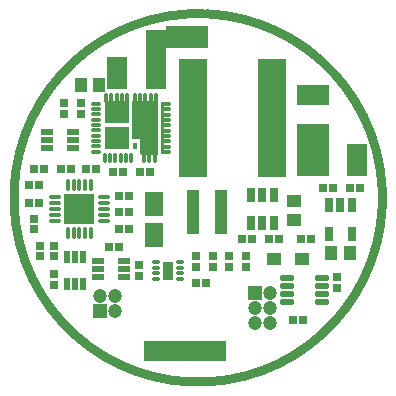
<source format=gbr>
G04 Layer_Color=8388736*
%FSLAX25Y25*%
%MOIN*%
%TF.FileFunction,Soldermask,Top*%
%TF.Part,Single*%
G01*
G75*
%ADD71C,0.03150*%
%ADD72R,0.27500X0.06500*%
%ADD73R,0.11000X0.16500*%
%ADD74R,0.07000X0.10500*%
%ADD75R,0.14000X0.07500*%
%TA.AperFunction,SMDPad*%
%ADD76R,0.02762X0.02959*%
%TA.AperFunction,SMDPad*%
%ADD77R,0.04737X0.04068*%
%TA.AperFunction,SMDPad*%
%ADD78R,0.04252X0.14961*%
%TA.AperFunction,SMDPad*%
%ADD79R,0.02959X0.02762*%
%TA.AperFunction,SMDPad*%
%ADD80R,0.06800X0.10800*%
%TA.AperFunction,SMDPad*%
%ADD81R,0.10800X0.06800*%
%TA.AperFunction,SMDPad*%
%ADD82R,0.06115X0.07887*%
%TA.AperFunction,SMDPad*%
%ADD83R,0.03162X0.04737*%
%TA.AperFunction,SMDPad*%
%ADD84R,0.04658X0.04461*%
%TA.AperFunction,SMDPad*%
%ADD85R,0.01575X0.02166*%
%TA.AperFunction,SMDPad*%
%ADD86R,0.08071X0.07599*%
%TA.AperFunction,SMDPad*%
%ADD87R,0.08071X0.07284*%
%TA.AperFunction,SMDPad*%
%ADD88O,0.03347X0.01378*%
%TA.AperFunction,SMDPad*%
%ADD89O,0.01378X0.03347*%
%TA.AperFunction,SMDPad*%
%ADD90R,0.09764X0.39764*%
%TA.AperFunction,SMDPad*%
%ADD91R,0.04461X0.04658*%
%TA.AperFunction,SMDPad*%
G04:AMPARAMS|DCode=92|XSize=17.72mil|YSize=49.61mil|CornerRadius=5.02mil|HoleSize=0mil|Usage=FLASHONLY|Rotation=270.000|XOffset=0mil|YOffset=0mil|HoleType=Round|Shape=RoundedRectangle|*
%AMROUNDEDRECTD92*
21,1,0.01772,0.03957,0,0,270.0*
21,1,0.00768,0.04961,0,0,270.0*
1,1,0.01004,-0.01978,-0.00384*
1,1,0.01004,-0.01978,0.00384*
1,1,0.01004,0.01978,0.00384*
1,1,0.01004,0.01978,-0.00384*
%
%ADD92ROUNDEDRECTD92*%
%TA.AperFunction,SMDPad*%
%ADD93O,0.04646X0.01299*%
%TA.AperFunction,SMDPad*%
%ADD94O,0.01299X0.04646*%
%TA.AperFunction,SMDPad*%
%ADD95R,0.09961X0.09961*%
%TA.AperFunction,SMDPad*%
%ADD96R,0.03504X0.06457*%
%TA.AperFunction,SMDPad*%
%ADD97O,0.02913X0.01142*%
%TA.AperFunction,SMDPad*%
%ADD98R,0.03937X0.01969*%
%TA.AperFunction,SMDPad*%
%ADD99R,0.01969X0.03937*%
%TA.AperFunction,ViaPad*%
%ADD100C,0.04737*%
%TA.AperFunction,ViaPad*%
%ADD101R,0.04737X0.04737*%
%TA.AperFunction,ViaPad*%
%ADD102R,0.04737X0.04737*%
G36*
X379110Y354981D02*
X379147Y354970D01*
X379181Y354952D01*
X379211Y354927D01*
X379235Y354897D01*
X379254Y354863D01*
X379265Y354826D01*
X379269Y354787D01*
Y337228D01*
X379265Y337189D01*
X379254Y337152D01*
X379235Y337118D01*
X379211Y337088D01*
X379181Y337063D01*
X379147Y337045D01*
X379110Y337034D01*
X379071Y337030D01*
X373559D01*
X373520Y337034D01*
X373483Y337045D01*
X373449Y337063D01*
X373419Y337088D01*
X373395Y337118D01*
X373376Y337152D01*
X373365Y337189D01*
X373361Y337228D01*
Y342266D01*
X370803Y342266D01*
X370765Y342270D01*
X370753Y342274D01*
X370727Y342282D01*
X370693Y342300D01*
X370663Y342324D01*
Y342324D01*
X370663D01*
X370639Y342354D01*
X370620Y342389D01*
X370613Y342414D01*
X370609Y342426D01*
X370605Y342464D01*
Y354787D01*
X370609Y354826D01*
X370620Y354863D01*
X370639Y354897D01*
X370663Y354927D01*
X370693Y354952D01*
X370727Y354970D01*
X370765Y354981D01*
X370803Y354985D01*
X379071D01*
X379110Y354981D01*
D02*
G37*
G36*
X381176Y354745D02*
X381213Y354734D01*
X381248Y354715D01*
X381278Y354691D01*
X381302Y354661D01*
X381321Y354627D01*
X381332Y354590D01*
X381336Y354551D01*
Y337504D01*
X381332Y337465D01*
X381321Y337428D01*
X381302Y337394D01*
X381278Y337364D01*
X381248Y337339D01*
X381213Y337321D01*
X381176Y337310D01*
X381138Y337306D01*
X380498D01*
X380459Y337310D01*
X380422Y337321D01*
X380388Y337339D01*
X380358Y337364D01*
X380334Y337394D01*
X380315Y337428D01*
X380304Y337465D01*
X380300Y337504D01*
Y354551D01*
X380304Y354590D01*
X380315Y354627D01*
X380334Y354661D01*
X380358Y354691D01*
X380388Y354715D01*
X380422Y354734D01*
X380459Y354745D01*
X380498Y354749D01*
X381138D01*
X381176Y354745D01*
D02*
G37*
D71*
X453906Y326049D02*
G03*
X453909Y325986I-61327J-3329D01*
G01*
D72*
X388250Y271750D02*
D03*
D73*
X431000Y338250D02*
D03*
D74*
X378500Y373250D02*
D03*
D75*
X389000Y376250D02*
D03*
D76*
X430173Y309000D02*
D03*
X426827D02*
D03*
X427673Y282000D02*
D03*
X424327D02*
D03*
X410673Y309000D02*
D03*
X407327D02*
D03*
X376673Y331500D02*
D03*
X373327D02*
D03*
X367673D02*
D03*
X364327D02*
D03*
X419673Y309000D02*
D03*
X416327D02*
D03*
X437673Y326000D02*
D03*
X434327D02*
D03*
X443327Y326000D02*
D03*
X446673D02*
D03*
X350173Y332500D02*
D03*
X346827D02*
D03*
X339673Y321000D02*
D03*
X336327D02*
D03*
X341173Y332500D02*
D03*
X337827D02*
D03*
X366327Y323500D02*
D03*
X369673D02*
D03*
X366327Y318000D02*
D03*
X369673D02*
D03*
X369673Y312500D02*
D03*
X366327D02*
D03*
X339673Y327000D02*
D03*
X336327D02*
D03*
X355327Y332500D02*
D03*
X358673D02*
D03*
X391827Y294500D02*
D03*
X395173D02*
D03*
X362827Y306500D02*
D03*
X366173D02*
D03*
D77*
X427146Y302500D02*
D03*
X417854D02*
D03*
D78*
X400165Y318000D02*
D03*
X390835D02*
D03*
D79*
X397500Y303173D02*
D03*
Y299827D02*
D03*
X408500D02*
D03*
Y303173D02*
D03*
X403000D02*
D03*
Y299827D02*
D03*
X392000Y303173D02*
D03*
Y299827D02*
D03*
X353500Y354173D02*
D03*
Y350827D02*
D03*
X439000Y296173D02*
D03*
Y292827D02*
D03*
X344500Y297173D02*
D03*
Y293827D02*
D03*
Y306673D02*
D03*
Y303327D02*
D03*
X340000Y303327D02*
D03*
Y306673D02*
D03*
X338000Y315673D02*
D03*
Y312327D02*
D03*
X348000Y350827D02*
D03*
Y354173D02*
D03*
X373000Y296827D02*
D03*
Y300173D02*
D03*
D80*
X378500Y364500D02*
D03*
X365500D02*
D03*
X445500Y335500D02*
D03*
X432500D02*
D03*
D81*
X431000Y357000D02*
D03*
Y344000D02*
D03*
D82*
X378000Y320657D02*
D03*
Y310343D02*
D03*
D83*
X410260Y323724D02*
D03*
X414000D02*
D03*
X417740D02*
D03*
Y314276D02*
D03*
X414000D02*
D03*
X410260D02*
D03*
X443740Y320224D02*
D03*
X440000D02*
D03*
X436260D02*
D03*
Y310776D02*
D03*
X443740D02*
D03*
D84*
X424500Y321532D02*
D03*
Y315469D02*
D03*
D85*
X371393Y340004D02*
D03*
D86*
X365389Y351185D02*
D03*
D87*
Y342563D02*
D03*
D88*
X358598Y338134D02*
D03*
Y339905D02*
D03*
Y341677D02*
D03*
Y343449D02*
D03*
Y345220D02*
D03*
Y346992D02*
D03*
Y348764D02*
D03*
Y350535D02*
D03*
Y352307D02*
D03*
Y354079D02*
D03*
X382024Y354000D02*
D03*
Y352228D02*
D03*
Y350457D02*
D03*
Y348685D02*
D03*
Y346913D02*
D03*
Y345142D02*
D03*
Y343370D02*
D03*
Y341598D02*
D03*
Y339827D02*
D03*
Y338055D02*
D03*
D89*
X361866Y355850D02*
D03*
X363637D02*
D03*
X365409D02*
D03*
X367181D02*
D03*
X368952D02*
D03*
X371393D02*
D03*
X373165D02*
D03*
X374938D02*
D03*
X376709D02*
D03*
X378481D02*
D03*
X378086Y336165D02*
D03*
X376315D02*
D03*
X374543D02*
D03*
X370331D02*
D03*
X368560D02*
D03*
X366788D02*
D03*
X365016D02*
D03*
X363245D02*
D03*
X361473D02*
D03*
D90*
X391000Y349500D02*
D03*
X417181D02*
D03*
D91*
X443032Y304500D02*
D03*
X436969D02*
D03*
X359531Y360500D02*
D03*
X353468D02*
D03*
D92*
X433709Y288161D02*
D03*
Y290721D02*
D03*
Y293280D02*
D03*
Y295839D02*
D03*
X422291Y288161D02*
D03*
Y290721D02*
D03*
Y293280D02*
D03*
Y295839D02*
D03*
D93*
X344929Y322937D02*
D03*
Y320969D02*
D03*
Y319000D02*
D03*
Y317032D02*
D03*
Y315063D02*
D03*
X361071D02*
D03*
Y317032D02*
D03*
Y319000D02*
D03*
Y320969D02*
D03*
Y322937D02*
D03*
D94*
X349063Y310929D02*
D03*
X351031D02*
D03*
X353000D02*
D03*
X354969D02*
D03*
X356937D02*
D03*
Y327071D02*
D03*
X354969D02*
D03*
X353000D02*
D03*
X351031D02*
D03*
X349063D02*
D03*
D95*
X353000Y319000D02*
D03*
D96*
X382500Y298500D02*
D03*
D97*
X378602Y301453D02*
D03*
Y299484D02*
D03*
Y297516D02*
D03*
Y295547D02*
D03*
X386398Y301453D02*
D03*
Y299484D02*
D03*
Y297516D02*
D03*
Y295547D02*
D03*
D98*
X359071Y296441D02*
D03*
Y299000D02*
D03*
Y301559D02*
D03*
X367929D02*
D03*
Y299000D02*
D03*
Y296441D02*
D03*
X350929Y344559D02*
D03*
Y342000D02*
D03*
Y339441D02*
D03*
X342071D02*
D03*
Y342000D02*
D03*
Y344559D02*
D03*
D99*
X354059Y302929D02*
D03*
X351500D02*
D03*
X348941D02*
D03*
Y294071D02*
D03*
X351500D02*
D03*
X354059D02*
D03*
D100*
X365000Y290000D02*
D03*
Y285000D02*
D03*
X360000Y290000D02*
D03*
X416500Y281000D02*
D03*
X411500D02*
D03*
X416500Y286000D02*
D03*
X411500D02*
D03*
X416500Y291000D02*
D03*
D101*
X360000Y285000D02*
D03*
D102*
X411500Y291000D02*
D03*
%TF.MD5,83741F1C2DB3C9517E593B31251796BB*%
M02*

</source>
